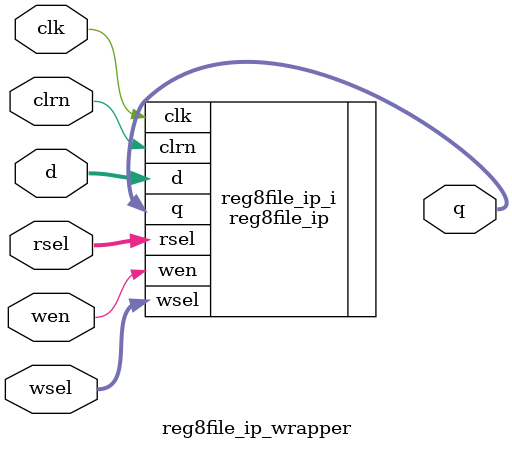
<source format=v>
`timescale 1 ps / 1 ps

module reg8file_ip_wrapper
   (clk,
    clrn,
    d,
    q,
    rsel,
    wen,
    wsel);
  input clk;
  input clrn;
  input [7:0]d;
  output [7:0]q;
  input [2:0]rsel;
  input wen;
  input [2:0]wsel;

  wire clk;
  wire clrn;
  wire [7:0]d;
  wire [7:0]q;
  wire [2:0]rsel;
  wire wen;
  wire [2:0]wsel;

  reg8file_ip reg8file_ip_i
       (.clk(clk),
        .clrn(clrn),
        .d(d),
        .q(q),
        .rsel(rsel),
        .wen(wen),
        .wsel(wsel));
endmodule

</source>
